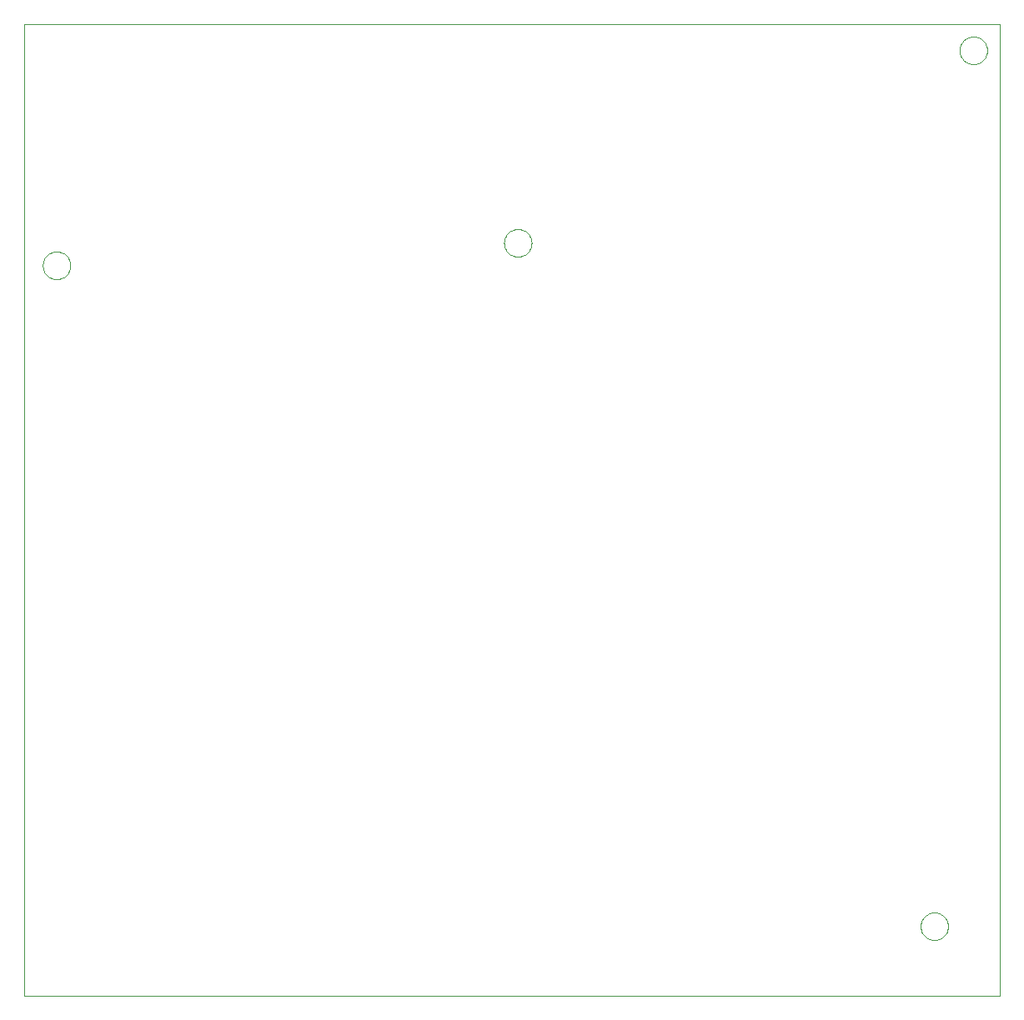
<source format=gbo>
G75*
%MOIN*%
%OFA0B0*%
%FSLAX24Y24*%
%IPPOS*%
%LPD*%
%AMOC8*
5,1,8,0,0,1.08239X$1,22.5*
%
%ADD10C,0.0000*%
D10*
X000330Y000180D02*
X000330Y039050D01*
X039322Y039050D01*
X039322Y000180D01*
X000330Y000180D01*
X001067Y029393D02*
X001069Y029440D01*
X001075Y029486D01*
X001085Y029532D01*
X001098Y029577D01*
X001116Y029620D01*
X001137Y029662D01*
X001161Y029702D01*
X001189Y029739D01*
X001220Y029774D01*
X001254Y029807D01*
X001290Y029836D01*
X001329Y029862D01*
X001370Y029885D01*
X001413Y029904D01*
X001457Y029920D01*
X001502Y029932D01*
X001548Y029940D01*
X001595Y029944D01*
X001641Y029944D01*
X001688Y029940D01*
X001734Y029932D01*
X001779Y029920D01*
X001823Y029904D01*
X001866Y029885D01*
X001907Y029862D01*
X001946Y029836D01*
X001982Y029807D01*
X002016Y029774D01*
X002047Y029739D01*
X002075Y029702D01*
X002099Y029662D01*
X002120Y029620D01*
X002138Y029577D01*
X002151Y029532D01*
X002161Y029486D01*
X002167Y029440D01*
X002169Y029393D01*
X002167Y029346D01*
X002161Y029300D01*
X002151Y029254D01*
X002138Y029209D01*
X002120Y029166D01*
X002099Y029124D01*
X002075Y029084D01*
X002047Y029047D01*
X002016Y029012D01*
X001982Y028979D01*
X001946Y028950D01*
X001907Y028924D01*
X001866Y028901D01*
X001823Y028882D01*
X001779Y028866D01*
X001734Y028854D01*
X001688Y028846D01*
X001641Y028842D01*
X001595Y028842D01*
X001548Y028846D01*
X001502Y028854D01*
X001457Y028866D01*
X001413Y028882D01*
X001370Y028901D01*
X001329Y028924D01*
X001290Y028950D01*
X001254Y028979D01*
X001220Y029012D01*
X001189Y029047D01*
X001161Y029084D01*
X001137Y029124D01*
X001116Y029166D01*
X001098Y029209D01*
X001085Y029254D01*
X001075Y029300D01*
X001069Y029346D01*
X001067Y029393D01*
X019504Y030293D02*
X019506Y030340D01*
X019512Y030386D01*
X019522Y030432D01*
X019535Y030477D01*
X019553Y030520D01*
X019574Y030562D01*
X019598Y030602D01*
X019626Y030639D01*
X019657Y030674D01*
X019691Y030707D01*
X019727Y030736D01*
X019766Y030762D01*
X019807Y030785D01*
X019850Y030804D01*
X019894Y030820D01*
X019939Y030832D01*
X019985Y030840D01*
X020032Y030844D01*
X020078Y030844D01*
X020125Y030840D01*
X020171Y030832D01*
X020216Y030820D01*
X020260Y030804D01*
X020303Y030785D01*
X020344Y030762D01*
X020383Y030736D01*
X020419Y030707D01*
X020453Y030674D01*
X020484Y030639D01*
X020512Y030602D01*
X020536Y030562D01*
X020557Y030520D01*
X020575Y030477D01*
X020588Y030432D01*
X020598Y030386D01*
X020604Y030340D01*
X020606Y030293D01*
X020604Y030246D01*
X020598Y030200D01*
X020588Y030154D01*
X020575Y030109D01*
X020557Y030066D01*
X020536Y030024D01*
X020512Y029984D01*
X020484Y029947D01*
X020453Y029912D01*
X020419Y029879D01*
X020383Y029850D01*
X020344Y029824D01*
X020303Y029801D01*
X020260Y029782D01*
X020216Y029766D01*
X020171Y029754D01*
X020125Y029746D01*
X020078Y029742D01*
X020032Y029742D01*
X019985Y029746D01*
X019939Y029754D01*
X019894Y029766D01*
X019850Y029782D01*
X019807Y029801D01*
X019766Y029824D01*
X019727Y029850D01*
X019691Y029879D01*
X019657Y029912D01*
X019626Y029947D01*
X019598Y029984D01*
X019574Y030024D01*
X019553Y030066D01*
X019535Y030109D01*
X019522Y030154D01*
X019512Y030200D01*
X019506Y030246D01*
X019504Y030293D01*
X037717Y037993D02*
X037719Y038040D01*
X037725Y038086D01*
X037735Y038132D01*
X037748Y038177D01*
X037766Y038220D01*
X037787Y038262D01*
X037811Y038302D01*
X037839Y038339D01*
X037870Y038374D01*
X037904Y038407D01*
X037940Y038436D01*
X037979Y038462D01*
X038020Y038485D01*
X038063Y038504D01*
X038107Y038520D01*
X038152Y038532D01*
X038198Y038540D01*
X038245Y038544D01*
X038291Y038544D01*
X038338Y038540D01*
X038384Y038532D01*
X038429Y038520D01*
X038473Y038504D01*
X038516Y038485D01*
X038557Y038462D01*
X038596Y038436D01*
X038632Y038407D01*
X038666Y038374D01*
X038697Y038339D01*
X038725Y038302D01*
X038749Y038262D01*
X038770Y038220D01*
X038788Y038177D01*
X038801Y038132D01*
X038811Y038086D01*
X038817Y038040D01*
X038819Y037993D01*
X038817Y037946D01*
X038811Y037900D01*
X038801Y037854D01*
X038788Y037809D01*
X038770Y037766D01*
X038749Y037724D01*
X038725Y037684D01*
X038697Y037647D01*
X038666Y037612D01*
X038632Y037579D01*
X038596Y037550D01*
X038557Y037524D01*
X038516Y037501D01*
X038473Y037482D01*
X038429Y037466D01*
X038384Y037454D01*
X038338Y037446D01*
X038291Y037442D01*
X038245Y037442D01*
X038198Y037446D01*
X038152Y037454D01*
X038107Y037466D01*
X038063Y037482D01*
X038020Y037501D01*
X037979Y037524D01*
X037940Y037550D01*
X037904Y037579D01*
X037870Y037612D01*
X037839Y037647D01*
X037811Y037684D01*
X037787Y037724D01*
X037766Y037766D01*
X037748Y037809D01*
X037735Y037854D01*
X037725Y037900D01*
X037719Y037946D01*
X037717Y037993D01*
X036154Y002955D02*
X036156Y003002D01*
X036162Y003048D01*
X036172Y003094D01*
X036185Y003139D01*
X036203Y003182D01*
X036224Y003224D01*
X036248Y003264D01*
X036276Y003301D01*
X036307Y003336D01*
X036341Y003369D01*
X036377Y003398D01*
X036416Y003424D01*
X036457Y003447D01*
X036500Y003466D01*
X036544Y003482D01*
X036589Y003494D01*
X036635Y003502D01*
X036682Y003506D01*
X036728Y003506D01*
X036775Y003502D01*
X036821Y003494D01*
X036866Y003482D01*
X036910Y003466D01*
X036953Y003447D01*
X036994Y003424D01*
X037033Y003398D01*
X037069Y003369D01*
X037103Y003336D01*
X037134Y003301D01*
X037162Y003264D01*
X037186Y003224D01*
X037207Y003182D01*
X037225Y003139D01*
X037238Y003094D01*
X037248Y003048D01*
X037254Y003002D01*
X037256Y002955D01*
X037254Y002908D01*
X037248Y002862D01*
X037238Y002816D01*
X037225Y002771D01*
X037207Y002728D01*
X037186Y002686D01*
X037162Y002646D01*
X037134Y002609D01*
X037103Y002574D01*
X037069Y002541D01*
X037033Y002512D01*
X036994Y002486D01*
X036953Y002463D01*
X036910Y002444D01*
X036866Y002428D01*
X036821Y002416D01*
X036775Y002408D01*
X036728Y002404D01*
X036682Y002404D01*
X036635Y002408D01*
X036589Y002416D01*
X036544Y002428D01*
X036500Y002444D01*
X036457Y002463D01*
X036416Y002486D01*
X036377Y002512D01*
X036341Y002541D01*
X036307Y002574D01*
X036276Y002609D01*
X036248Y002646D01*
X036224Y002686D01*
X036203Y002728D01*
X036185Y002771D01*
X036172Y002816D01*
X036162Y002862D01*
X036156Y002908D01*
X036154Y002955D01*
M02*

</source>
